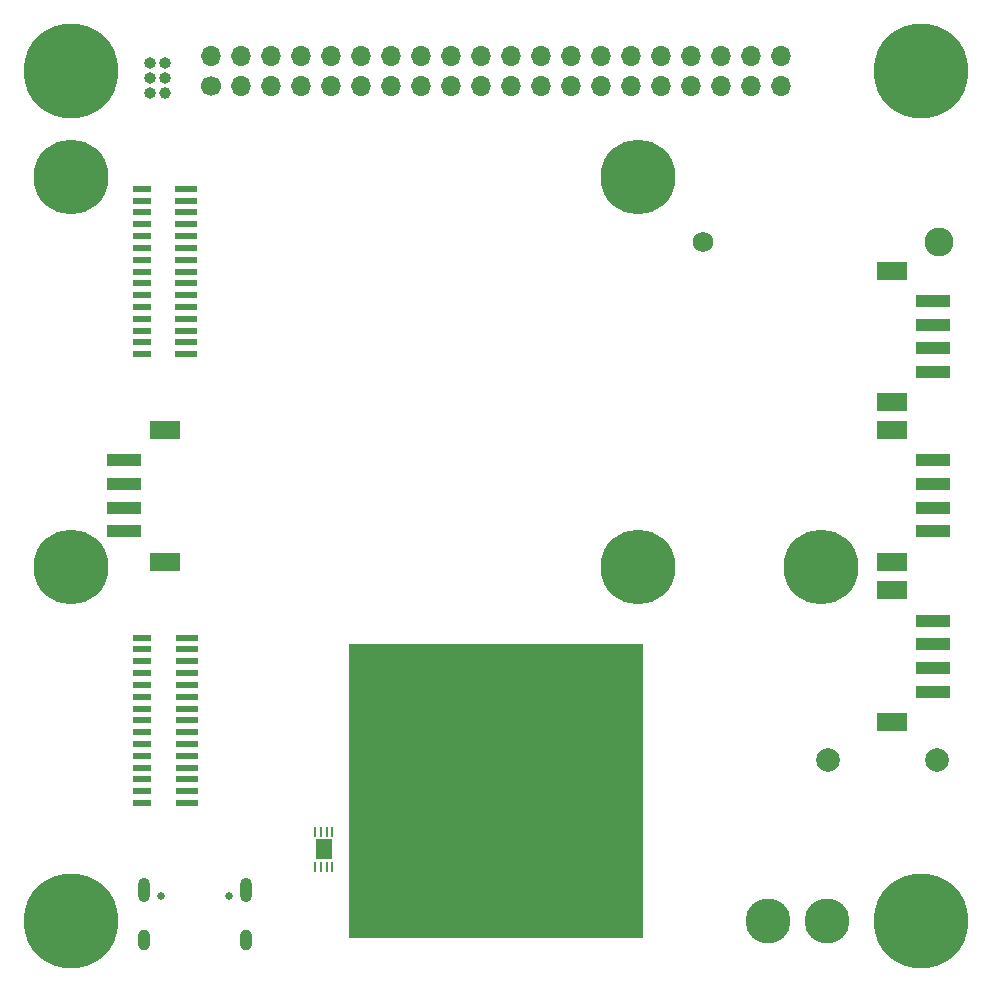
<source format=gbr>
%TF.GenerationSoftware,KiCad,Pcbnew,7.0.1*%
%TF.CreationDate,2023-05-02T11:52:01+02:00*%
%TF.ProjectId,Payload_cm4_23,5061796c-6f61-4645-9f63-6d345f32332e,rev?*%
%TF.SameCoordinates,Original*%
%TF.FileFunction,Soldermask,Bot*%
%TF.FilePolarity,Negative*%
%FSLAX46Y46*%
G04 Gerber Fmt 4.6, Leading zero omitted, Abs format (unit mm)*
G04 Created by KiCad (PCBNEW 7.0.1) date 2023-05-02 11:52:01*
%MOMM*%
%LPD*%
G01*
G04 APERTURE LIST*
G04 Aperture macros list*
%AMRoundRect*
0 Rectangle with rounded corners*
0 $1 Rounding radius*
0 $2 $3 $4 $5 $6 $7 $8 $9 X,Y pos of 4 corners*
0 Add a 4 corners polygon primitive as box body*
4,1,4,$2,$3,$4,$5,$6,$7,$8,$9,$2,$3,0*
0 Add four circle primitives for the rounded corners*
1,1,$1+$1,$2,$3*
1,1,$1+$1,$4,$5*
1,1,$1+$1,$6,$7*
1,1,$1+$1,$8,$9*
0 Add four rect primitives between the rounded corners*
20,1,$1+$1,$2,$3,$4,$5,0*
20,1,$1+$1,$4,$5,$6,$7,0*
20,1,$1+$1,$6,$7,$8,$9,0*
20,1,$1+$1,$8,$9,$2,$3,0*%
G04 Aperture macros list end*
%ADD10C,6.330000*%
%ADD11C,1.000000*%
%ADD12O,1.000000X1.000000*%
%ADD13C,1.700000*%
%ADD14O,1.700000X1.700000*%
%ADD15R,25.000000X25.000000*%
%ADD16C,8.000000*%
%ADD17C,1.750000*%
%ADD18C,2.450000*%
%ADD19C,0.650000*%
%ADD20O,1.000000X2.100000*%
%ADD21O,1.000000X1.800000*%
%ADD22C,3.800000*%
%ADD23C,2.000000*%
%ADD24R,3.000000X1.000000*%
%ADD25R,2.600000X1.550000*%
%ADD26RoundRect,0.062500X-0.062500X0.337500X-0.062500X-0.337500X0.062500X-0.337500X0.062500X0.337500X0*%
%ADD27R,1.400000X1.700000*%
%ADD28R,1.850000X0.600000*%
%ADD29R,1.650000X0.600000*%
G04 APERTURE END LIST*
D10*
%TO.C,H4*%
X113300000Y-70100000D03*
%TD*%
D11*
%TO.C,J6*%
X121300000Y-30000000D03*
D12*
X120030000Y-30000000D03*
X121300000Y-28730000D03*
X120030000Y-28730000D03*
X121300000Y-27460000D03*
X120030000Y-27460000D03*
%TD*%
D13*
%TO.C,J5*%
X125175000Y-29375000D03*
D14*
X125175000Y-26835000D03*
X127715000Y-29375000D03*
X127715000Y-26835000D03*
X130255000Y-29375000D03*
X130255000Y-26835000D03*
X132795000Y-29375000D03*
X132795000Y-26835000D03*
X135335000Y-29375000D03*
X135335000Y-26835000D03*
X137875000Y-29375000D03*
X137875000Y-26835000D03*
X140415000Y-29375000D03*
X140415000Y-26835000D03*
X142955000Y-29375000D03*
X142955000Y-26835000D03*
X145495000Y-29375000D03*
X145495000Y-26835000D03*
X148035000Y-29375000D03*
X148035000Y-26835000D03*
X150575000Y-29375000D03*
X150575000Y-26835000D03*
X153115000Y-29375000D03*
X153115000Y-26835000D03*
X155655000Y-29375000D03*
X155655000Y-26835000D03*
X158195000Y-29375000D03*
X158195000Y-26835000D03*
X160735000Y-29375000D03*
X160735000Y-26835000D03*
X163275000Y-29375000D03*
X163275000Y-26835000D03*
X165815000Y-29375000D03*
X165815000Y-26835000D03*
X168355000Y-29375000D03*
X168355000Y-26835000D03*
X170895000Y-29375000D03*
X170895000Y-26835000D03*
X173435000Y-29375000D03*
X173435000Y-26835000D03*
%TD*%
D15*
%TO.C,HS1*%
X149300000Y-89100000D03*
%TD*%
D10*
%TO.C,H1*%
X161300000Y-37100000D03*
%TD*%
D16*
%TO.C,H6*%
X185300000Y-28100000D03*
%TD*%
D10*
%TO.C,H9*%
X176800000Y-70100000D03*
%TD*%
D17*
%TO.C,J4*%
X166800000Y-42600000D03*
D18*
X186800000Y-42600000D03*
%TD*%
D16*
%TO.C,H7*%
X113300000Y-28100000D03*
%TD*%
D10*
%TO.C,H3*%
X161300000Y-70100000D03*
%TD*%
D19*
%TO.C,J1*%
X120910000Y-97995000D03*
X126690000Y-97995000D03*
D20*
X119480000Y-97495000D03*
D21*
X119480000Y-101675000D03*
D20*
X128120000Y-97495000D03*
D21*
X128120000Y-101675000D03*
%TD*%
D22*
%TO.C,J11*%
X177300000Y-100100000D03*
X172300000Y-100100000D03*
%TD*%
D16*
%TO.C,H8*%
X113300000Y-100100000D03*
%TD*%
D10*
%TO.C,H2*%
X113300000Y-37100000D03*
%TD*%
D16*
%TO.C,H5*%
X185300000Y-100100000D03*
%TD*%
D23*
%TO.C,TP3*%
X186600000Y-86500000D03*
%TD*%
D24*
%TO.C,J10*%
X186289160Y-74675000D03*
X186289160Y-76675000D03*
X186289160Y-78675000D03*
X186289160Y-80675000D03*
D25*
X182800000Y-72100000D03*
X182800000Y-83250000D03*
%TD*%
D24*
%TO.C,J9*%
X186300000Y-61100000D03*
X186300000Y-63100000D03*
X186300000Y-65100000D03*
X186300000Y-67100000D03*
D25*
X182810840Y-58525000D03*
X182810840Y-69675000D03*
%TD*%
D26*
%TO.C,U6*%
X133950000Y-92575000D03*
X134450000Y-92575000D03*
X134950000Y-92575000D03*
X135450000Y-92575000D03*
X135450000Y-95475000D03*
X134950000Y-95475000D03*
X134450000Y-95475000D03*
X133950000Y-95475000D03*
D27*
X134700000Y-94025000D03*
%TD*%
D23*
%TO.C,TP2*%
X177400000Y-86500000D03*
%TD*%
D24*
%TO.C,J8*%
X186300000Y-47600000D03*
X186300000Y-49600000D03*
X186300000Y-51600000D03*
X186300000Y-53600000D03*
D25*
X182810840Y-45025000D03*
X182810840Y-56175000D03*
%TD*%
D24*
%TO.C,J7*%
X117800000Y-67100000D03*
X117800000Y-65100000D03*
X117800000Y-63100000D03*
X117800000Y-61100000D03*
D25*
X121289160Y-69675000D03*
X121289160Y-58525000D03*
%TD*%
D28*
%TO.C,J2*%
X123100000Y-76100000D03*
X123100000Y-77100000D03*
X123100000Y-78100000D03*
X123100000Y-79100000D03*
X123100000Y-80100000D03*
X123100000Y-81100000D03*
X123100000Y-82100000D03*
X123100000Y-83100000D03*
X123100000Y-84100000D03*
X123100000Y-85100000D03*
X123100000Y-86100000D03*
X123100000Y-87100000D03*
X123100000Y-88100000D03*
X123100000Y-89100000D03*
X123100000Y-90100000D03*
D29*
X119350000Y-76100000D03*
X119350000Y-77100000D03*
X119350000Y-78100000D03*
X119350000Y-79100000D03*
X119350000Y-80100000D03*
X119350000Y-81100000D03*
X119350000Y-82100000D03*
X119350000Y-83100000D03*
X119350000Y-84100000D03*
X119350000Y-85100000D03*
X119350000Y-86100000D03*
X119350000Y-87100000D03*
X119350000Y-88100000D03*
X119350000Y-89100000D03*
X119350000Y-90100000D03*
%TD*%
D28*
%TO.C,J3*%
X123050000Y-38100000D03*
X123050000Y-39100000D03*
X123050000Y-40100000D03*
X123050000Y-41100000D03*
X123050000Y-42100000D03*
X123050000Y-43100000D03*
X123050000Y-44100000D03*
X123050000Y-45100000D03*
X123050000Y-46100000D03*
X123050000Y-47100000D03*
X123050000Y-48100000D03*
X123050000Y-49100000D03*
X123050000Y-50100000D03*
X123050000Y-51100000D03*
X123050000Y-52100000D03*
D29*
X119300000Y-38100000D03*
X119300000Y-39100000D03*
X119300000Y-40100000D03*
X119300000Y-41100000D03*
X119300000Y-42100000D03*
X119300000Y-43100000D03*
X119300000Y-44100000D03*
X119300000Y-45100000D03*
X119300000Y-46100000D03*
X119300000Y-47100000D03*
X119300000Y-48100000D03*
X119300000Y-49100000D03*
X119300000Y-50100000D03*
X119300000Y-51100000D03*
X119300000Y-52100000D03*
%TD*%
M02*

</source>
